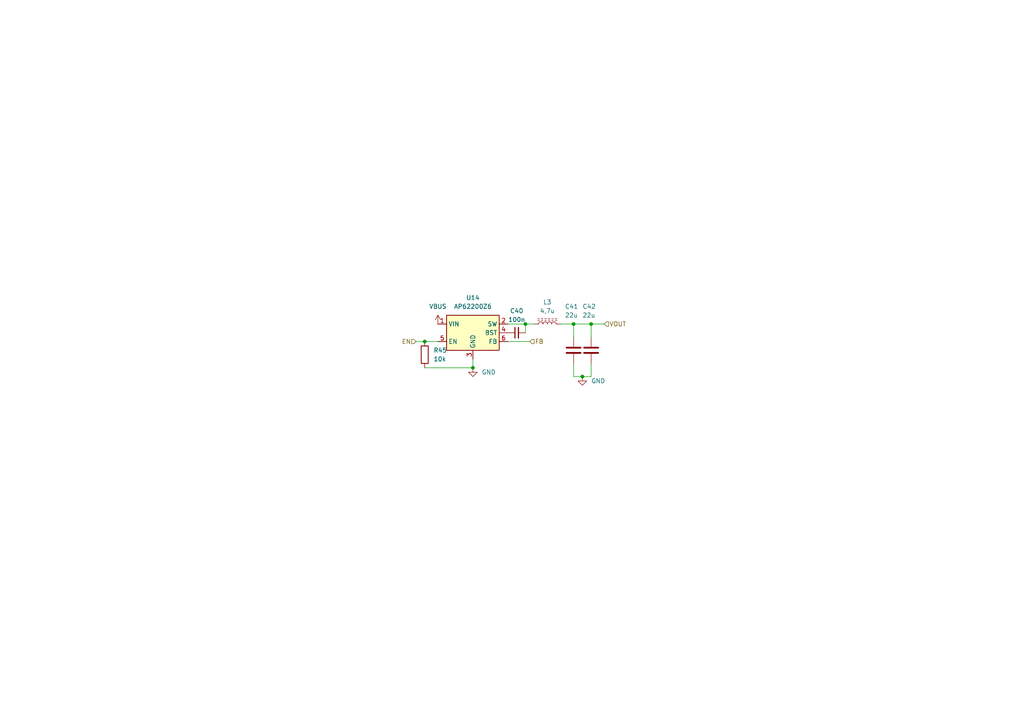
<source format=kicad_sch>
(kicad_sch (version 20230121) (generator eeschema)
  (paper "A4")
  (title_block (title "Marvin flight controller") (rev "0.1.1") (company "3Fall Engineering"))
  (lib_symbols
    (symbol "Device:C" (pin_numbers hide) (pin_names (offset 0.254))
      (property "Reference" "C" (at 0.635 2.54 0))
      (property "Value" "C" (at 0.635 -2.54 0))
      (symbol "C_0_1"
        (polyline (pts (xy -2.032 -0.762) (xy 2.032 -0.762)) (stroke (width 0.508)))
        (polyline (pts (xy -2.032 0.762) (xy 2.032 0.762)) (stroke (width 0.508)))
      )
      (symbol "C_1_1"
        (pin passive line (at 0 3.81 270) (length 2.794) (name "~") (number "1"))
        (pin passive line (at 0 -3.81 90) (length 2.794) (name "~") (number "2"))
      )
    )
    (symbol "Device:C_Small" (pin_numbers hide) (pin_names (offset 0.254) hide)
      (property "Reference" "C" (at 0.254 1.778 0))
      (property "Value" "C_Small" (at 0.254 -2.032 0))
      (symbol "C_Small_0_1"
        (polyline (pts (xy -1.524 -0.508) (xy 1.524 -0.508)) (stroke (width 0.3302)))
        (polyline (pts (xy -1.524 0.508) (xy 1.524 0.508)) (stroke (width 0.3048)))
      )
      (symbol "C_Small_1_1"
        (pin passive line (at 0 2.54 270) (length 2.032) (name "~") (number "1"))
        (pin passive line (at 0 -2.54 90) (length 2.032) (name "~") (number "2"))
      )
    )
    (symbol "Device:L_Ferrite" (pin_numbers hide) (pin_names (offset 1.016) hide)
      (property "Reference" "L" (at -1.27 0 90))
      (property "Value" "L_Ferrite" (at 2.794 0 90))
      (symbol "L_Ferrite_0_1"
        (arc (start 0 -2.54) (mid 0.6323 -1.905) (end 0 -1.27))
        (arc (start 0 -1.27) (mid 0.6323 -0.635) (end 0 0))
        (polyline (pts (xy 1.016 -2.794) (xy 1.016 -2.286)))
        (polyline (pts (xy 1.016 -1.778) (xy 1.016 -1.27)))
        (polyline (pts (xy 1.016 -0.762) (xy 1.016 -0.254)))
        (polyline (pts (xy 1.016 0.254) (xy 1.016 0.762)))
        (polyline (pts (xy 1.016 1.27) (xy 1.016 1.778)))
        (polyline (pts (xy 1.016 2.286) (xy 1.016 2.794)))
        (polyline (pts (xy 1.524 -2.286) (xy 1.524 -2.794)))
        (polyline (pts (xy 1.524 -1.27) (xy 1.524 -1.778)))
        (polyline (pts (xy 1.524 -0.254) (xy 1.524 -0.762)))
        (polyline (pts (xy 1.524 0.762) (xy 1.524 0.254)))
        (polyline (pts (xy 1.524 1.778) (xy 1.524 1.27)))
        (polyline (pts (xy 1.524 2.794) (xy 1.524 2.286)))
        (arc (start 0 0) (mid 0.6323 0.635) (end 0 1.27))
        (arc (start 0 1.27) (mid 0.6323 1.905) (end 0 2.54))
      )
      (symbol "L_Ferrite_1_1"
        (pin passive line (at 0 3.81 270) (length 1.27) (name "1") (number "1"))
        (pin passive line (at 0 -3.81 90) (length 1.27) (name "2") (number "2"))
      )
    )
    (symbol "Device:R" (pin_numbers hide) (pin_names (offset 0))
      (property "Reference" "R" (at 2.032 0 90))
      (property "Value" "R" (at 0 0 90))
      (symbol "R_0_1"
        (rectangle (start -1.016 -2.54) (end 1.016 2.54) (stroke (width 0.254)))
      )
      (symbol "R_1_1"
        (pin passive line (at 0 3.81 270) (length 1.27) (name "~") (number "1"))
        (pin passive line (at 0 -3.81 90) (length 1.27) (name "~") (number "2"))
      )
    )
    (symbol "Regulator_Switching:AP62250Z6"
      (property "Reference" "U" (at -7.62 6.35 0))
      (property "Value" "AP62250Z6" (at 6.35 -6.35 0))
      (symbol "AP62250Z6_0_1"
        (rectangle (start -7.62 5.08) (end 7.62 -5.08) (stroke (width 0.254)) (fill (type background)))
      )
      (symbol "AP62250Z6_1_1"
        (pin power_in line (at -10.16 2.54 0) (length 2.54) (name "VIN") (number "1"))
        (pin output line (at 10.16 2.54 180) (length 2.54) (name "SW") (number "2"))
        (pin power_in line (at 0 -7.62 90) (length 2.54) (name "GND") (number "3"))
        (pin passive line (at 10.16 0 180) (length 2.54) (name "BST") (number "4"))
        (pin input line (at -10.16 -2.54 0) (length 2.54) (name "EN") (number "5"))
        (pin input line (at 10.16 -2.54 180) (length 2.54) (name "FB") (number "6"))
      )
    )
    (symbol "power:GND" (power) (pin_names (offset 0))
      (property "Value" "GND" (at 0 -3.81 0))
      (symbol "GND_0_1"
        (polyline (pts (xy 0 0) (xy 0 -1.27) (xy 1.27 -1.27) (xy 0 -2.54) (xy -1.27 -1.27) (xy 0 -1.27)))
      )
      (symbol "GND_1_1"
        (pin power_in line (at 0 0 270) (length 0) hide (name "GND") (number "1"))
      )
    )
    (symbol "power:VBUS" (power) (pin_names (offset 0))
      (property "Value" "VBUS" (at 0 3.81 0))
      (symbol "VBUS_0_1"
        (polyline (pts (xy -0.762 1.27) (xy 0 2.54)))
        (polyline (pts (xy 0 0) (xy 0 2.54)))
        (polyline (pts (xy 0 2.54) (xy 0.762 1.27)))
      )
      (symbol "VBUS_1_1"
        (pin power_in line (at 0 0 90) (length 0) hide (name "VBUS") (number "1"))
      )
    )
  )
  (junction (at 166.37 93.98))
  (junction (at 171.45 93.98))
  (junction (at 152.4 93.98))
  (junction (at 168.91 109.22))
  (junction (at 123.19 99.06))
  (junction (at 137.16 106.68))
  (wire (pts (xy 171.45 97.79) (xy 171.45 93.98)))
  (wire (pts (xy 120.65 99.06) (xy 123.19 99.06)))
  (wire (pts (xy 166.37 105.41) (xy 166.37 109.22)))
  (wire (pts (xy 166.37 93.98) (xy 171.45 93.98)))
  (wire (pts (xy 137.16 104.14) (xy 137.16 106.68)))
  (wire (pts (xy 154.94 93.98) (xy 152.4 93.98)))
  (wire (pts (xy 171.45 105.41) (xy 171.45 109.22)))
  (wire (pts (xy 168.91 109.22) (xy 171.45 109.22)))
  (wire (pts (xy 166.37 97.79) (xy 166.37 93.98)))
  (wire (pts (xy 171.45 93.98) (xy 175.26 93.98)))
  (wire (pts (xy 152.4 93.98) (xy 152.4 96.52)))
  (wire (pts (xy 123.19 99.06) (xy 127 99.06)))
  (wire (pts (xy 153.67 99.06) (xy 147.32 99.06)))
  (wire (pts (xy 147.32 93.98) (xy 152.4 93.98)))
  (wire (pts (xy 162.56 93.98) (xy 166.37 93.98)))
  (wire (pts (xy 166.37 109.22) (xy 168.91 109.22)))
  (wire (pts (xy 123.19 106.68) (xy 137.16 106.68)))
  (hierarchical_label "VOUT" (shape input) (at 175.26 93.98 0))
  (hierarchical_label "EN" (shape input) (at 120.65 99.06 180))
  (hierarchical_label "FB" (shape input) (at 153.67 99.06 0))
  (symbol (lib_id "Device:R") (at 123.19 102.87 0) (unit 1)
    (property "Reference" "R45" (at 125.73 101.5999 0) (effects (justify left)))
    (property "Value" "10k" (at 125.73 104.1399 0) (effects (justify left)))
    (property "Footprint" "Resistor_SMD:R_0603_1608Metric" (effects hide))
    (instances (project "marvin_fc_board" (path "" (reference "R45") (unit 1)) (path "" (reference "R46") (unit 1))))
  )
  (symbol (lib_id "Device:C_Small") (at 149.86 96.52 90) (mirror x) (unit 1)
    (property "Reference" "C40" (at 149.8663 90.17 90))
    (property "Value" "100n" (at 149.8663 92.71 90))
    (property "Footprint" "Capacitor_SMD:C_0603_1608Metric" (effects hide))
    (instances (project "marvin_fc_board" (path "" (reference "C40") (unit 1)) (path "" (reference "C43") (unit 1))))
  )
  (symbol (lib_id "power:VBUS") (at 127 93.98 0) (unit 1)
    (property "Reference" "#PWR0107" (effects hide))
    (property "Value" "~" (at 127 88.9 0))
    (instances (project "marvin_fc_board" (path "" (reference "#PWR0107") (unit 1)) (path "" (reference "#PWR0110") (unit 1))))
  )
  (symbol (lib_id "Device:L_Ferrite") (at 158.75 93.98 90) (unit 1)
    (property "Reference" "L3" (at 158.75 87.63 90))
    (property "Value" "4,7u" (at 158.75 90.17 90))
    (property "Footprint" "Inductor_SMD:L_Taiyo-Yuden_NR-50xx" (effects hide))
    (instances (project "marvin_fc_board" (path "" (reference "L3") (unit 1)) (path "" (reference "L4") (unit 1))))
  )
  (symbol (lib_id "Device:C") (at 166.37 101.6 0) (unit 1)
    (property "Reference" "C41" (at 163.83 88.9 0) (effects (justify left)))
    (property "Value" "22u" (at 163.83 91.44 0) (effects (justify left)))
    (property "Footprint" "Capacitor_SMD:C_0805_2012Metric" (effects hide))
    (instances (project "marvin_fc_board" (path "" (reference "C41") (unit 1)) (path "" (reference "C44") (unit 1))))
  )
  (symbol (lib_id "Device:C") (at 171.45 101.6 0) (unit 1)
    (property "Reference" "C42" (at 168.91 88.9 0) (effects (justify left)))
    (property "Value" "22u" (at 168.91 91.44 0) (effects (justify left)))
    (property "Footprint" "Capacitor_SMD:C_0805_2012Metric" (effects hide))
    (instances (project "marvin_fc_board" (path "" (reference "C42") (unit 1)) (path "" (reference "C45") (unit 1))))
  )
  (symbol (lib_id "power:GND") (at 168.91 109.22 0) (mirror y) (unit 1)
    (property "Reference" "#PWR0109" (effects hide))
    (property "Value" "~" (at 171.45 110.4899 0) (effects (justify right)))
    (instances (project "marvin_fc_board" (path "" (reference "#PWR0109") (unit 1)) (path "" (reference "#PWR0112") (unit 1))))
  )
  (symbol (lib_id "power:GND") (at 137.16 106.68 0) (mirror y) (unit 1)
    (property "Reference" "#PWR0108" (effects hide))
    (property "Value" "~" (at 139.7 107.9499 0) (effects (justify right)))
    (instances (project "marvin_fc_board" (path "" (reference "#PWR0108") (unit 1)) (path "" (reference "#PWR0111") (unit 1))))
  )
  (symbol (lib_id "Regulator_Switching:AP62250Z6") (at 137.16 96.52 0) (unit 1)
    (property "Reference" "U14" (at 137.16 86.36 0))
    (property "Value" "AP62200Z6" (at 137.16 88.9 0))
    (property "Footprint" "Package_SO:TSOP-6_1.65x3.05mm_P0.95mm" (effects hide))
    (property "Datasheet" "https://www.diodes.com/assets/Datasheets/AP62250.pdf" (effects hide))
    (instances (project "marvin_fc_board" (path "" (reference "U14") (unit 1)) (path "" (reference "U15") (unit 1))))
  )
)
</source>
